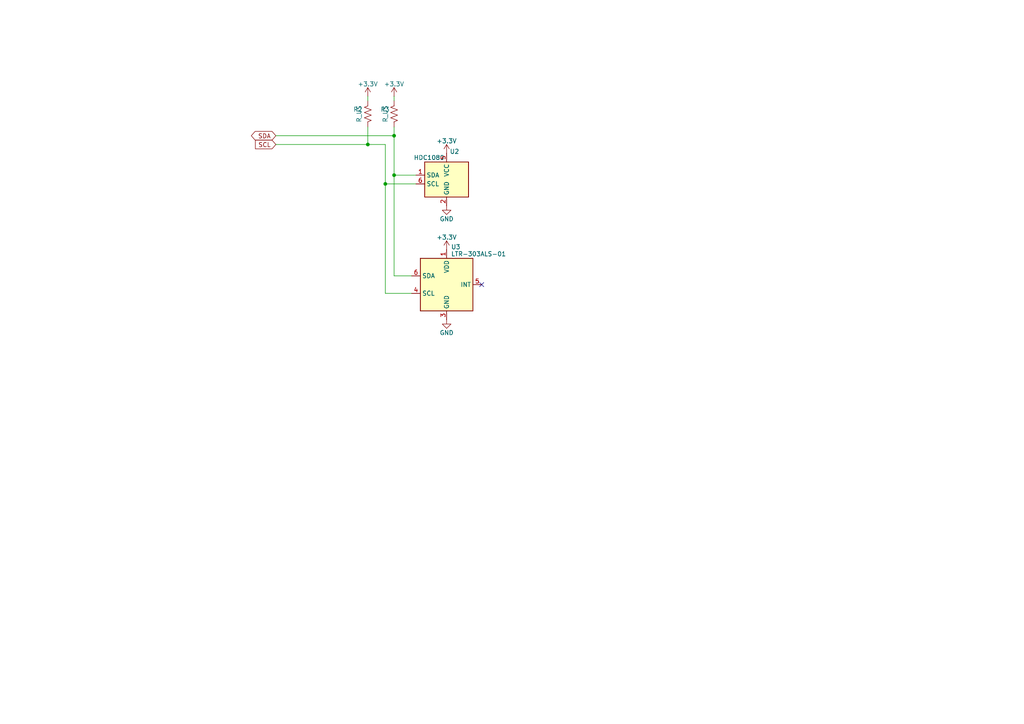
<source format=kicad_sch>
(kicad_sch (version 20250114) (generator "eeschema") (generator_version "9.0")
  (paper "A4")
  (title_block (title "Environment Module") (date "<<release-date>>") (rev "<<tag>>") (comment 1 "<<hash>>"))
  (lib_symbols
    (symbol "CRG Makes:HDC1080"
      (property "Reference" "U" (at -5.08 6.35 0))
      (property "Value" "HDC1080" (at 5.08 6.35 0))
      (symbol "HDC1080_0_1"
        (rectangle (start -6.35 5.08) (end 6.35 -5.08) (stroke (width 0.254)) (fill (type background)))
      )
      (symbol "HDC1080_1_1"
        (pin no_connect line (at -6.35 2.54 0) (length 2.54) (hide yes) (name "DAP") (number "7"))
        (pin no_connect line (at -6.35 0 0) (length 2.54) (hide yes) (name "NC") (number "3"))
        (pin no_connect line (at -6.35 -2.54 0) (length 2.54) (hide yes) (name "NC") (number "4"))
        (pin power_in line (at 0 7.62 270) (length 2.54) (name "VCC") (number "5"))
        (pin power_in line (at 0 -7.62 90) (length 2.54) (name "GND") (number "2"))
        (pin bidirectional line (at 8.89 1.27 180) (length 2.54) (name "SDA") (number "1"))
        (pin input line (at 8.89 -1.27 180) (length 2.54) (name "SCL") (number "6"))
      )
    )
    (symbol "CRG Makes:LTR-303ALS-01"
      (property "Reference" "U" (at -7.62 8.89 0))
      (property "Value" "LTR-303ALS-01" (at 1.27 8.89 0))
      (symbol "LTR-303ALS-01_0_1"
        (rectangle (start -7.62 7.62) (end 7.62 -7.62) (stroke (width 0.254)) (fill (type background)))
      )
      (symbol "LTR-303ALS-01_1_1"
        (pin bidirectional line (at -10.16 2.54 0) (length 2.54) (name "SDA") (number "6"))
        (pin input line (at -10.16 -2.54 0) (length 2.54) (name "SCL") (number "4"))
        (pin power_in line (at 0 10.16 270) (length 2.54) (name "VDD") (number "1"))
        (pin power_in line (at 0 -10.16 90) (length 2.54) (name "GND") (number "3"))
        (pin no_connect line (at 7.62 -2.54 180) (length 2.54) (hide yes) (name "NC") (number "2"))
        (pin open_collector line (at 10.16 0 180) (length 2.54) (name "INT") (number "5"))
      )
    )
    (symbol "Device:R_US" (pin_numbers (hide yes)) (pin_names (offset 0))
      (property "Reference" "R" (at 2.54 0 90))
      (property "Value" "R_US" (at -2.54 0 90))
      (symbol "R_US_0_1"
        (polyline (pts (xy 0 2.286) (xy 0 2.54)))
        (polyline (pts (xy 0 2.286) (xy 1.016 1.905) (xy 0 1.524) (xy -1.016 1.143) (xy 0 0.762)))
        (polyline (pts (xy 0 0.762) (xy 1.016 0.381) (xy 0 0) (xy -1.016 -0.381) (xy 0 -0.762)))
        (polyline (pts (xy 0 -0.762) (xy 1.016 -1.143) (xy 0 -1.524) (xy -1.016 -1.905) (xy 0 -2.286)))
        (polyline (pts (xy 0 -2.286) (xy 0 -2.54)))
      )
      (symbol "R_US_1_1"
        (pin passive line (at 0 3.81 270) (length 1.27) (name "~") (number "1"))
        (pin passive line (at 0 -3.81 90) (length 1.27) (name "~") (number "2"))
      )
    )
    (symbol "power:+3.3V" (power) (pin_numbers (hide yes)) (pin_names (offset 0) (hide yes))
      (property "Value" "+3.3V" (at 0 3.556 0))
      (symbol "+3.3V_0_1"
        (polyline (pts (xy -0.762 1.27) (xy 0 2.54)))
        (polyline (pts (xy 0 2.54) (xy 0.762 1.27)))
        (polyline (pts (xy 0 0) (xy 0 2.54)))
      )
      (symbol "+3.3V_1_1"
        (pin power_in line (at 0 0 90) (length 0) (name "~") (number "1"))
      )
    )
    (symbol "power:GND" (power) (pin_numbers (hide yes)) (pin_names (offset 0) (hide yes))
      (property "Value" "GND" (at 0 -3.81 0))
      (symbol "GND_0_1"
        (polyline (pts (xy 0 0) (xy 0 -1.27) (xy 1.27 -1.27) (xy 0 -2.54) (xy -1.27 -1.27) (xy 0 -1.27)))
      )
      (symbol "GND_1_1"
        (pin power_in line (at 0 0 270) (length 0) (name "~") (number "1"))
      )
    )
  )
  (junction (at 114.3 39.37))
  (junction (at 114.3 50.8))
  (junction (at 111.76 53.34))
  (junction (at 106.68 41.91))
  (no_connect (at 139.7 82.55))
  (wire (pts (xy 111.76 53.34) (xy 120.65 53.34)))
  (wire (pts (xy 111.76 85.09) (xy 119.38 85.09)))
  (wire (pts (xy 111.76 53.34) (xy 111.76 85.09)))
  (wire (pts (xy 114.3 50.8) (xy 120.65 50.8)))
  (wire (pts (xy 111.76 41.91) (xy 111.76 53.34)))
  (wire (pts (xy 106.68 27.94) (xy 106.68 29.21)))
  (wire (pts (xy 106.68 41.91) (xy 111.76 41.91)))
  (wire (pts (xy 114.3 39.37) (xy 114.3 36.83)))
  (wire (pts (xy 80.01 39.37) (xy 114.3 39.37)))
  (wire (pts (xy 80.01 41.91) (xy 106.68 41.91)))
  (wire (pts (xy 106.68 36.83) (xy 106.68 41.91)))
  (wire (pts (xy 114.3 50.8) (xy 114.3 80.01)))
  (wire (pts (xy 114.3 39.37) (xy 114.3 50.8)))
  (wire (pts (xy 114.3 80.01) (xy 119.38 80.01)))
  (wire (pts (xy 114.3 27.94) (xy 114.3 29.21)))
  (global_label "SDA" (shape bidirectional) (at 80.01 39.37 180) (property "Intersheetrefs" "${INTERSHEET_REFS}" (at 72.3454 39.37 0) (effects (justify right))))
  (global_label "SCL" (shape input) (at 80.01 41.91 180) (property "Intersheetrefs" "${INTERSHEET_REFS}" (at 73.5172 41.91 0) (effects (justify right))))
  (symbol (lib_id "power:GND") (at 129.54 59.69 0) (unit 1)
    (property "Reference" "#PWR015" (effects (hide yes)))
    (property "Value" "GND" (at 129.54 63.5 0))
    (property "Description" "Power symbol creates a global label with name \"GND\" , ground" (effects (hide yes)))
  )
  (symbol (lib_id "power:GND") (at 129.54 92.71 0) (unit 1)
    (property "Reference" "#PWR017" (effects (hide yes)))
    (property "Value" "GND" (at 129.54 96.52 0))
    (property "Description" "Power symbol creates a global label with name \"GND\" , ground" (effects (hide yes)))
  )
  (symbol (lib_id "power:+3.3V") (at 129.54 44.45 0) (unit 1)
    (property "Reference" "#PWR014" (effects (hide yes)))
    (property "Value" "+3.3V" (at 129.54 40.894 0))
    (property "Description" "Power symbol creates a global label with name \"+3.3V\"" (effects (hide yes)))
  )
  (symbol (lib_id "CRG Makes:HDC1080") (at 129.54 52.07 0) (mirror y) (unit 1)
    (property "Reference" "U2" (at 131.826 43.942 0))
    (property "Value" "HDC1080" (at 124.46 45.72 0))
    (property "Footprint" "CRG Makes:PWSON-N6" (effects (hide yes)))
    (property "Datasheet" "http://www.ti.com/lit/ds/symlink/hdc1080.pdf" (effects (hide yes)))
    (property "Description" "Low Power,High Accuracy Digital Humidity Sensor with Temperature Sensor" (effects (hide yes)))
    (property "Digikey" "296-46272-2-ND" (effects (hide yes)))
    (property "Mouser" "595-HDC1080DMBR" (effects (hide yes)))
    (property "LCSC" "C82227" (effects (hide yes)))
  )
  (symbol (lib_id "power:+3.3V") (at 114.3 27.94 0) (mirror y) (unit 1)
    (property "Reference" "#PWR013" (effects (hide yes)))
    (property "Value" "+3.3V" (at 114.3 24.384 0))
    (property "Description" "Power symbol creates a global label with name \"+3.3V\"" (effects (hide yes)))
  )
  (symbol (lib_id "power:+3.3V") (at 106.68 27.94 0) (mirror y) (unit 1)
    (property "Reference" "#PWR012" (effects (hide yes)))
    (property "Value" "+3.3V" (at 106.68 24.384 0))
    (property "Description" "Power symbol creates a global label with name \"+3.3V\"" (effects (hide yes)))
  )
  (symbol (lib_id "Device:R_US") (at 114.3 33.02 0) (mirror x) (unit 1)
    (property "Reference" "R3" (at 113.03 31.75 0) (effects (justify right)))
    (property "Value" "R_US" (at 111.76 33.02 90))
    (property "Description" "Resistor, US symbol" (effects (hide yes)))
  )
  (symbol (lib_id "Device:R_US") (at 106.68 33.02 0) (mirror x) (unit 1)
    (property "Reference" "R2" (at 105.156 31.75 0) (effects (justify right)))
    (property "Value" "R_US" (at 104.14 33.02 90))
    (property "Description" "Resistor, US symbol" (effects (hide yes)))
  )
  (symbol (lib_id "CRG Makes:LTR-303ALS-01") (at 129.54 82.55 0) (unit 1)
    (property "Reference" "U3" (at 130.81 71.628 0) (effects (justify left)))
    (property "Value" "LTR-303ALS-01" (at 130.81 73.66 0) (effects (justify left)))
    (property "Footprint" "CRG Makes:LTR-303ALS-01" (effects (hide yes)))
    (property "Datasheet" "https://optoelectronics.liteon.com/upload/download/DS86-2013-0004/LTR-303ALS-01_DS_V1.pdf" (effects (hide yes)))
    (property "Description" "ambient light sensor, i2c interface, 0.01 to 64k lux, 2.4-3.6V" (effects (hide yes)))
    (property "Digikey" "160-2161-2-ND" (effects (hide yes)))
    (property "Mouser" "859-LTR-303ALS-01" (effects (hide yes)))
    (property "LCSC" "C364577" (effects (hide yes)))
  )
  (symbol (lib_id "power:+3.3V") (at 129.54 72.39 0) (unit 1)
    (property "Reference" "#PWR016" (effects (hide yes)))
    (property "Value" "+3.3V" (at 129.54 68.834 0))
    (property "Description" "Power symbol creates a global label with name \"+3.3V\"" (effects (hide yes)))
  )
)
</source>
